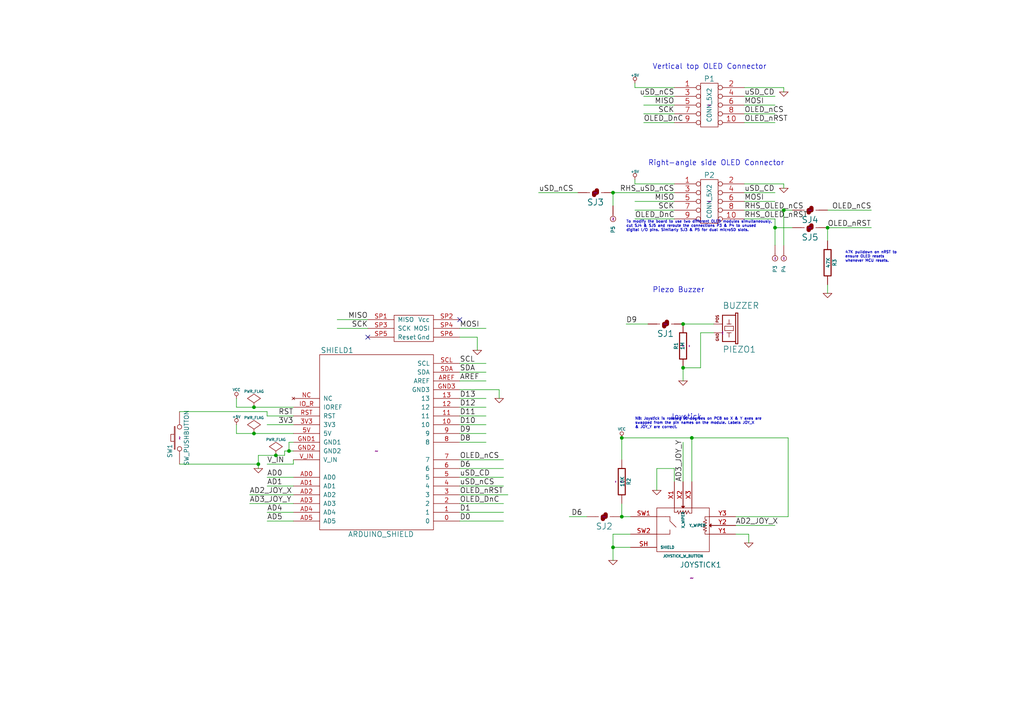
<source format=kicad_sch>
(kicad_sch (version 20230121) (generator eeschema)
  (paper "A4")
  (title_block (title "Freetronics OLEDShield              http://www.freetronics.com/oledshield") (date "24 Jul 2013") (rev "1.1") (company "(C)2013 Freetronics Pty Ltd") (comment 1 "Released under TAPR Open Hardware License www.tapr.org/ohl") (comment 2 "SKU: OLEDSHIELD"))
  (lib_symbols
    (symbol "OLEDShield-rescue:+5V" (power) (pin_names (offset 1.016))
      (property "Value" "+5V" (at 0 2.286 0))
      (symbol "+5V_0_0"
        (pin power_in line (at 0 0 90) (length 0) hide (name "+5V") (number "1"))
      )
      (symbol "+5V_0_1"
        (polyline (pts (xy 0 0) (xy 0 0.762) (xy 0 0.762) (xy 0 0.762)))
        (circle (center 0 1.27) (radius 0.508))
      )
    )
    (symbol "OLEDShield-rescue:ARDUINO_SHIELD" (pin_names (offset 1.016))
      (property "Reference" "SHIELD" (at -11.43 29.21 0))
      (property "Value" "ARDUINO_SHIELD" (at 1.27 -24.13 0))
      (symbol "ARDUINO_SHIELD_0_1"
        (rectangle (start -16.51 -22.86) (end 16.51 27.94))
        (rectangle (start 5.08 39.37) (end 16.51 31.75))
      )
      (symbol "ARDUINO_SHIELD_1_1"
        (pin bidirectional line (at 24.13 -20.32 180) (length 7.62) (name "0") (number "0"))
        (pin bidirectional line (at 24.13 -17.78 180) (length 7.62) (name "1") (number "1"))
        (pin bidirectional line (at 24.13 7.62 180) (length 7.62) (name "10") (number "10"))
        (pin bidirectional line (at 24.13 10.16 180) (length 7.62) (name "11") (number "11"))
        (pin bidirectional line (at 24.13 12.7 180) (length 7.62) (name "12") (number "12"))
        (pin bidirectional line (at 24.13 15.24 180) (length 7.62) (name "13") (number "13"))
        (pin bidirectional line (at 24.13 -15.24 180) (length 7.62) (name "2") (number "2"))
        (pin bidirectional line (at 24.13 -12.7 180) (length 7.62) (name "3") (number "3"))
        (pin power_in line (at -24.13 7.62 0) (length 7.62) (name "3V3") (number "3V3"))
        (pin bidirectional line (at 24.13 -10.16 180) (length 7.62) (name "4") (number "4"))
        (pin bidirectional line (at 24.13 -7.62 180) (length 7.62) (name "5") (number "5"))
        (pin power_in line (at -24.13 5.08 0) (length 7.62) (name "5V") (number "5V"))
        (pin bidirectional line (at 24.13 -5.08 180) (length 7.62) (name "6") (number "6"))
        (pin bidirectional line (at 24.13 -2.54 180) (length 7.62) (name "7") (number "7"))
        (pin bidirectional line (at 24.13 2.54 180) (length 7.62) (name "8") (number "8"))
        (pin bidirectional line (at 24.13 5.08 180) (length 7.62) (name "9") (number "9"))
        (pin bidirectional line (at -24.13 -7.62 0) (length 7.62) (name "AD0") (number "AD0"))
        (pin bidirectional line (at -24.13 -10.16 0) (length 7.62) (name "AD1") (number "AD1"))
        (pin bidirectional line (at -24.13 -12.7 0) (length 7.62) (name "AD2") (number "AD2"))
        (pin bidirectional line (at -24.13 -15.24 0) (length 7.62) (name "AD3") (number "AD3"))
        (pin bidirectional line (at -24.13 -17.78 0) (length 7.62) (name "AD4") (number "AD4"))
        (pin bidirectional line (at -24.13 -20.32 0) (length 7.62) (name "AD5") (number "AD5"))
        (pin bidirectional line (at 24.13 20.32 180) (length 7.62) (name "AREF") (number "AREF"))
        (pin power_in line (at -24.13 2.54 0) (length 7.62) (name "GND1") (number "GND1"))
        (pin power_in line (at -24.13 0 0) (length 7.62) (name "GND2") (number "GND2"))
        (pin power_in line (at 24.13 17.78 180) (length 7.62) (name "GND3") (number "GND3"))
        (pin power_in line (at -24.13 12.7 0) (length 7.62) (name "IOREF") (number "IO_R"))
        (pin no_connect line (at -24.13 15.24 0) (length 7.62) (name "NC") (number "NC"))
        (pin bidirectional line (at -24.13 10.16 0) (length 7.62) (name "RST") (number "RST"))
        (pin bidirectional line (at 24.13 25.4 180) (length 7.62) (name "SCL") (number "SCL"))
        (pin bidirectional line (at 24.13 22.86 180) (length 7.62) (name "SDA") (number "SDA"))
        (pin bidirectional line (at -2.54 38.1 0) (length 7.62) (name "MISO") (number "SP1"))
        (pin power_in line (at 24.13 38.1 180) (length 7.62) (name "Vcc") (number "SP2"))
        (pin bidirectional line (at -2.54 35.56 0) (length 7.62) (name "SCK") (number "SP3"))
        (pin bidirectional line (at 24.13 35.56 180) (length 7.62) (name "MOSI") (number "SP4"))
        (pin bidirectional line (at -2.54 33.02 0) (length 7.62) (name "Reset") (number "SP5"))
        (pin power_in line (at 24.13 33.02 180) (length 7.62) (name "Gnd") (number "SP6"))
        (pin power_in line (at -24.13 -2.54 0) (length 7.62) (name "V_IN") (number "V_IN"))
      )
    )
    (symbol "OLEDShield-rescue:BUZZER" (pin_names (offset 2.54))
      (property "Reference" "U" (at 6.35 0 0))
      (property "Value" "BUZZER" (at -2.54 5.08 0))
      (symbol "BUZZER_0_0"
        (polyline (pts (xy -3.175 3.81) (xy -2.54 3.81)) (stroke (width 0.254)))
        (polyline (pts (xy -3.175 4.445) (xy -3.175 3.81)) (stroke (width 0.254)))
        (polyline (pts (xy -2.54 0) (xy 5.08 0)) (stroke (width 0.254)))
        (polyline (pts (xy -2.54 3.81) (xy -2.54 0)) (stroke (width 0.254)))
        (polyline (pts (xy -2.54 3.81) (xy 5.08 3.81)) (stroke (width 0.254)))
        (polyline (pts (xy -1.27 1.905) (xy 0 1.905)) (stroke (width 0.1524)))
        (polyline (pts (xy 0 1.905) (xy 0 1.27)) (stroke (width 0.1524)))
        (polyline (pts (xy 0 1.905) (xy 0 2.54)) (stroke (width 0.1524)))
        (polyline (pts (xy 0.635 0.635) (xy 1.905 0.635)) (stroke (width 0.1524)))
        (polyline (pts (xy 0.635 3.175) (xy 0.635 0.635)) (stroke (width 0.1524)))
        (polyline (pts (xy 1.905 0.635) (xy 1.905 3.175)) (stroke (width 0.1524)))
        (polyline (pts (xy 1.905 3.175) (xy 0.635 3.175)) (stroke (width 0.1524)))
        (polyline (pts (xy 2.54 1.905) (xy 2.54 1.27)) (stroke (width 0.1524)))
        (polyline (pts (xy 2.54 1.905) (xy 3.81 1.905)) (stroke (width 0.1524)))
        (polyline (pts (xy 2.54 2.54) (xy 2.54 1.905)) (stroke (width 0.1524)))
        (polyline (pts (xy 5.08 0) (xy 5.08 3.81)) (stroke (width 0.254)))
        (polyline (pts (xy 5.08 3.81) (xy 5.715 3.81)) (stroke (width 0.254)))
        (polyline (pts (xy 5.715 3.81) (xy 5.715 4.445)) (stroke (width 0.254)))
        (polyline (pts (xy 5.715 4.445) (xy -3.175 4.445)) (stroke (width 0.254)))
        (text "GND" (at -2.54 -1.016 0) (effects (font (size 0.762 0.762)) (justify left bottom)))
        (text "POS" (at 2.794 -1.016 0) (effects (font (size 0.762 0.762)) (justify left bottom)))
        (pin passive line (at 2.54 -2.54 90) (length 2.54) (name "POS") (number "1"))
        (pin passive line (at 0 -2.54 90) (length 2.54) (name "GND") (number "2"))
      )
    )
    (symbol "OLEDShield-rescue:CONN_1" (pin_numbers hide) (pin_names (offset 0.762) hide)
      (property "Reference" "P" (at 2.032 0 0))
      (symbol "CONN_1_0_1"
        (polyline (pts (xy -0.762 0) (xy -1.27 0)))
        (circle (center 0 0) (radius 0.7874))
      )
      (symbol "CONN_1_1_1"
        (pin passive line (at -3.81 0 0) (length 2.54) (name "1") (number "1"))
      )
    )
    (symbol "OLEDShield-rescue:CONN_5X2" (pin_names (offset 1.016))
      (property "Reference" "P" (at 0 7.62 0))
      (property "Value" "CONN_5X2" (at 0 0 90))
      (symbol "CONN_5X2_0_1"
        (rectangle (start -2.54 6.35) (end 2.54 -6.35))
      )
      (symbol "CONN_5X2_1_1"
        (pin passive inverted (at -10.16 5.08 0) (length 7.62) (name "~") (number "1"))
        (pin passive inverted (at 10.16 -5.08 180) (length 7.62) (name "~") (number "10"))
        (pin passive inverted (at 10.16 5.08 180) (length 7.62) (name "~") (number "2"))
        (pin passive inverted (at -10.16 2.54 0) (length 7.62) (name "~") (number "3"))
        (pin passive inverted (at 10.16 2.54 180) (length 7.62) (name "~") (number "4"))
        (pin passive inverted (at -10.16 0 0) (length 7.62) (name "~") (number "5"))
        (pin passive inverted (at 10.16 0 180) (length 7.62) (name "~") (number "6"))
        (pin passive inverted (at -10.16 -2.54 0) (length 7.62) (name "~") (number "7"))
        (pin passive inverted (at 10.16 -2.54 180) (length 7.62) (name "~") (number "8"))
        (pin passive inverted (at -10.16 -5.08 0) (length 7.62) (name "~") (number "9"))
      )
    )
    (symbol "OLEDShield-rescue:GND" (power) (pin_names (offset 0))
      (symbol "GND_0_1"
        (polyline (pts (xy -1.27 0) (xy 0 -1.27) (xy 1.27 0) (xy -1.27 0)))
      )
      (symbol "GND_1_1"
        (pin power_in line (at 0 0 90) (length 0) hide (name "GND") (number "1"))
      )
    )
    (symbol "OLEDShield-rescue:JOYSTICK_W_BUTTON" (pin_names (offset 1.016))
      (property "Reference" "U?" (at 5.08 -11.43 0))
      (property "Value" "JOYSTICK_W_BUTTON" (at 0 -8.89 0))
      (symbol "JOYSTICK_W_BUTTON_0_1"
        (rectangle (start -7.62 5.08) (end 7.62 -7.62))
        (polyline (pts (xy -7.62 -2.54) (xy -5.08 -2.54)))
        (polyline (pts (xy -5.08 2.54) (xy -7.62 2.54)))
        (polyline (pts (xy -5.08 2.54) (xy -3.81 2.54)))
        (polyline (pts (xy -2.54 0) (xy -2.032 -0.508)))
        (polyline (pts (xy -3.81 -1.27) (xy -3.81 -2.54) (xy -5.08 -2.54)))
        (polyline (pts (xy -3.81 2.54) (xy -3.81 1.27) (xy -2.54 0)))
        (polyline (pts (xy 0 5.08) (xy 0.508 5.588) (xy -0.508 5.588) (xy 0 5.08)) (fill (type outline)))
        (polyline (pts (xy 7.62 0) (xy 8.128 0.508) (xy 8.128 -0.508) (xy 7.62 0)) (fill (type outline)))
        (polyline (pts (xy -2.54 5.08) (xy -2.54 3.81) (xy -1.778 3.81) (xy -1.524 4.318) (xy -1.27 3.302) (xy -0.762 4.318) (xy -0.508 3.302) (xy 0 4.318) (xy 0.254 3.302) (xy 0.762 4.318) (xy 1.016 3.302) (xy 1.524 4.318) (xy 1.778 3.556) (xy 2.54 3.556) (xy 2.54 5.08)))
        (polyline (pts (xy 7.62 2.54) (xy 6.35 2.54) (xy 6.35 1.778) (xy 6.858 1.524) (xy 5.842 1.016) (xy 6.858 0.762) (xy 5.842 0.254) (xy 6.858 0) (xy 5.842 -0.508) (xy 6.858 -0.762) (xy 5.842 -1.27) (xy 6.858 -1.524) (xy 6.35 -1.778) (xy 6.35 -2.54) (xy 7.62 -2.54)))
      )
      (symbol "JOYSTICK_W_BUTTON_1_1"
        (pin passive line (at -15.24 -6.35 0) (length 7.62) (name "SHIELD") (number "SH"))
        (pin passive line (at -15.24 2.54 0) (length 7.62) (name "~") (number "SW1"))
        (pin passive line (at -15.24 -2.54 0) (length 7.62) (name "~") (number "SW2"))
        (pin input line (at -2.54 12.7 270) (length 7.62) (name "~") (number "X1"))
        (pin output line (at 0 12.7 270) (length 7.62) (name "X_WIPER") (number "X2"))
        (pin input line (at 2.54 12.7 270) (length 7.62) (name "~") (number "X3"))
        (pin input line (at 15.24 -2.54 180) (length 7.62) (name "~") (number "Y1"))
        (pin output line (at 15.24 0 180) (length 7.62) (name "Y_WIPER") (number "Y2"))
        (pin input line (at 15.24 2.54 180) (length 7.62) (name "~") (number "Y3"))
      )
    )
    (symbol "OLEDShield-rescue:PWR_FLAG" (power) (pin_numbers hide) (pin_names (offset 0) hide)
      (property "Value" "PWR_FLAG" (at 0 4.572 0))
      (symbol "PWR_FLAG_0_0"
        (pin power_out line (at 0 0 90) (length 0) (name "pwr") (number "1"))
      )
      (symbol "PWR_FLAG_0_1"
        (polyline (pts (xy 0 0) (xy 0 1.27) (xy -1.905 2.54) (xy 0 3.81) (xy 1.905 2.54) (xy 0 1.27)))
      )
    )
    (symbol "OLEDShield-rescue:R" (pin_numbers hide) (pin_names (offset 0))
      (property "Reference" "R" (at 2.032 0 90))
      (property "Value" "R" (at 0.1778 0.0254 90))
      (symbol "R_0_1"
        (rectangle (start -1.016 3.81) (end 1.016 -3.81) (stroke (width 0.3048)))
      )
      (symbol "R_1_1"
        (pin passive line (at 0 6.35 270) (length 2.54) (name "~") (number "1"))
        (pin passive line (at 0 -6.35 90) (length 2.54) (name "~") (number "2"))
      )
    )
    (symbol "OLEDShield-rescue:SJ" (pin_names (offset 2.54))
      (property "Reference" "SJ" (at -2.54 -3.81 0))
      (property "Value" "SJ" (at -2.54 1.27 0))
      (symbol "SJ_0_0"
        (polyline (pts (xy -2.54 0) (xy -1.651 0)) (stroke (width 0.1524)))
        (polyline (pts (xy -0.381 0) (xy -0.381 -0.635)) (stroke (width 1.27)))
        (polyline (pts (xy 0.381 0) (xy 0.381 0.635)) (stroke (width 1.27)))
        (polyline (pts (xy 2.54 0) (xy 1.651 0)) (stroke (width 0.1524)))
        (pin passive line (at -5.08 0 0) (length 2.54) (name "1") (number "1"))
        (pin passive line (at 5.08 0 180) (length 2.54) (name "2") (number "2"))
      )
    )
    (symbol "OLEDShield-rescue:SW_PUSHBUTTON" (pin_numbers hide) (pin_names (offset 1.016) hide)
      (property "Reference" "SW" (at -3.81 2.794 0))
      (property "Value" "SW_PUSHBUTTON" (at 0 -2.032 0))
      (symbol "SW_PUSHBUTTON_0_1"
        (rectangle (start -3.302 1.27) (end 3.302 1.524))
        (polyline (pts (xy -1.016 1.524) (xy -1.016 2.54) (xy 1.016 2.54) (xy 1.016 1.524)))
        (pin passive inverted (at -7.62 0 0) (length 5.08) (name "1") (number "1"))
        (pin passive inverted (at 7.62 0 180) (length 5.08) (name "2") (number "2"))
      )
    )
    (symbol "OLEDShield-rescue:VCC" (power) (pin_names (offset 0))
      (property "Value" "VCC" (at 0 2.54 0))
      (symbol "VCC_0_0"
        (pin power_in line (at 0 0 90) (length 0) hide (name "VCC") (number "1"))
      )
      (symbol "VCC_0_1"
        (polyline (pts (xy 0 0) (xy 0 0.762) (xy 0 0.762)))
        (circle (center 0 1.27) (radius 0.508))
      )
    )
  )
  (junction (at 177.8 55.88))
  (junction (at 73.66 125.73))
  (junction (at 200.66 127))
  (junction (at 177.8 158.75))
  (junction (at 198.12 93.98))
  (junction (at 227.33 60.96))
  (junction (at 80.01 132.08))
  (junction (at 83.82 130.81))
  (junction (at 240.03 66.04))
  (junction (at 198.12 106.68))
  (junction (at 73.66 118.11))
  (junction (at 180.34 127))
  (junction (at 224.79 66.04))
  (junction (at 180.34 149.86))
  (junction (at 74.93 134.62))
  (no_connect (at 133.35 92.71))
  (no_connect (at 106.68 97.79))
  (wire (pts (xy 215.9 63.5) (xy 224.79 63.5)))
  (wire (pts (xy 68.58 118.11) (xy 73.66 118.11)))
  (wire (pts (xy 106.68 95.25) (xy 97.79 95.25)))
  (wire (pts (xy 228.6 149.86) (xy 228.6 127)))
  (wire (pts (xy 85.09 133.35) (xy 85.09 134.62)))
  (wire (pts (xy 85.09 151.13) (xy 77.47 151.13)))
  (wire (pts (xy 217.17 154.94) (xy 217.17 157.48)))
  (wire (pts (xy 227.33 25.4) (xy 215.9 25.4)))
  (wire (pts (xy 133.35 115.57) (xy 140.97 115.57)))
  (wire (pts (xy 177.8 154.94) (xy 177.8 158.75)))
  (wire (pts (xy 215.9 35.56) (xy 224.79 35.56)))
  (wire (pts (xy 77.47 123.19) (xy 85.09 123.19)))
  (wire (pts (xy 133.35 151.13) (xy 146.05 151.13)))
  (wire (pts (xy 184.15 53.34) (xy 195.58 53.34)))
  (wire (pts (xy 133.35 146.05) (xy 146.05 146.05)))
  (wire (pts (xy 195.58 30.48) (xy 186.69 30.48)))
  (wire (pts (xy 68.58 125.73) (xy 68.58 123.19)))
  (wire (pts (xy 213.36 154.94) (xy 217.17 154.94)))
  (wire (pts (xy 227.33 53.34) (xy 227.33 54.61)))
  (wire (pts (xy 133.35 133.35) (xy 146.05 133.35)))
  (wire (pts (xy 215.9 55.88) (xy 224.79 55.88)))
  (wire (pts (xy 74.93 132.08) (xy 80.01 132.08)))
  (wire (pts (xy 133.35 125.73) (xy 140.97 125.73)))
  (wire (pts (xy 180.34 149.86) (xy 182.88 149.86)))
  (wire (pts (xy 82.55 130.81) (xy 83.82 130.81)))
  (wire (pts (xy 144.78 113.03) (xy 144.78 115.57)))
  (wire (pts (xy 184.15 25.4) (xy 195.58 25.4)))
  (wire (pts (xy 80.01 132.08) (xy 82.55 132.08)))
  (wire (pts (xy 195.58 33.02) (xy 186.69 33.02)))
  (wire (pts (xy 83.82 128.27) (xy 83.82 130.81)))
  (wire (pts (xy 215.9 27.94) (xy 224.79 27.94)))
  (wire (pts (xy 207.01 96.52) (xy 203.2 96.52)))
  (wire (pts (xy 133.35 143.51) (xy 147.32 143.51)))
  (wire (pts (xy 85.09 128.27) (xy 83.82 128.27)))
  (wire (pts (xy 200.66 127) (xy 200.66 139.7)))
  (wire (pts (xy 213.36 152.4) (xy 224.79 152.4)))
  (wire (pts (xy 195.58 135.89) (xy 190.5 135.89)))
  (wire (pts (xy 184.15 58.42) (xy 195.58 58.42)))
  (wire (pts (xy 77.47 120.65) (xy 85.09 120.65)))
  (wire (pts (xy 133.35 120.65) (xy 140.97 120.65)))
  (wire (pts (xy 198.12 106.68) (xy 198.12 110.49)))
  (wire (pts (xy 182.88 158.75) (xy 177.8 158.75)))
  (wire (pts (xy 133.35 123.19) (xy 140.97 123.19)))
  (wire (pts (xy 227.33 53.34) (xy 215.9 53.34)))
  (wire (pts (xy 215.9 30.48) (xy 224.79 30.48)))
  (wire (pts (xy 177.8 55.88) (xy 195.58 55.88)))
  (wire (pts (xy 184.15 24.13) (xy 184.15 25.4)))
  (wire (pts (xy 215.9 33.02) (xy 224.79 33.02)))
  (wire (pts (xy 133.35 105.41) (xy 140.97 105.41)))
  (wire (pts (xy 133.35 107.95) (xy 140.97 107.95)))
  (wire (pts (xy 133.35 110.49) (xy 140.97 110.49)))
  (wire (pts (xy 240.03 85.09) (xy 240.03 82.55)))
  (wire (pts (xy 73.66 118.11) (xy 85.09 118.11)))
  (wire (pts (xy 198.12 128.27) (xy 198.12 139.7)))
  (wire (pts (xy 203.2 106.68) (xy 198.12 106.68)))
  (wire (pts (xy 85.09 134.62) (xy 77.47 134.62)))
  (wire (pts (xy 224.79 66.04) (xy 224.79 71.12)))
  (wire (pts (xy 133.35 135.89) (xy 146.05 135.89)))
  (wire (pts (xy 203.2 96.52) (xy 203.2 106.68)))
  (wire (pts (xy 181.61 93.98) (xy 187.96 93.98)))
  (wire (pts (xy 138.43 97.79) (xy 133.35 97.79)))
  (wire (pts (xy 77.47 119.38) (xy 52.07 119.38)))
  (wire (pts (xy 180.34 146.05) (xy 180.34 149.86)))
  (wire (pts (xy 215.9 60.96) (xy 227.33 60.96)))
  (wire (pts (xy 52.07 134.62) (xy 74.93 134.62)))
  (wire (pts (xy 227.33 60.96) (xy 229.87 60.96)))
  (wire (pts (xy 227.33 25.4) (xy 227.33 26.67)))
  (wire (pts (xy 177.8 59.69) (xy 177.8 55.88)))
  (wire (pts (xy 83.82 130.81) (xy 85.09 130.81)))
  (wire (pts (xy 224.79 66.04) (xy 229.87 66.04)))
  (wire (pts (xy 186.69 35.56) (xy 195.58 35.56)))
  (wire (pts (xy 240.03 69.85) (xy 240.03 66.04)))
  (wire (pts (xy 74.93 134.62) (xy 74.93 135.89)))
  (wire (pts (xy 138.43 101.6) (xy 138.43 97.79)))
  (wire (pts (xy 68.58 125.73) (xy 73.66 125.73)))
  (wire (pts (xy 200.66 127) (xy 228.6 127)))
  (wire (pts (xy 180.34 127) (xy 180.34 133.35)))
  (wire (pts (xy 133.35 113.03) (xy 144.78 113.03)))
  (wire (pts (xy 198.12 93.98) (xy 207.01 93.98)))
  (wire (pts (xy 167.64 55.88) (xy 156.21 55.88)))
  (wire (pts (xy 133.35 128.27) (xy 140.97 128.27)))
  (wire (pts (xy 213.36 149.86) (xy 228.6 149.86)))
  (wire (pts (xy 182.88 154.94) (xy 177.8 154.94)))
  (wire (pts (xy 195.58 27.94) (xy 186.69 27.94)))
  (wire (pts (xy 177.8 158.75) (xy 177.8 162.56)))
  (wire (pts (xy 82.55 132.08) (xy 82.55 130.81)))
  (wire (pts (xy 215.9 58.42) (xy 224.79 58.42)))
  (wire (pts (xy 73.66 125.73) (xy 85.09 125.73)))
  (wire (pts (xy 77.47 119.38) (xy 77.47 120.65)))
  (wire (pts (xy 106.68 92.71) (xy 97.79 92.71)))
  (wire (pts (xy 165.1 149.86) (xy 170.18 149.86)))
  (wire (pts (xy 85.09 140.97) (xy 77.47 140.97)))
  (wire (pts (xy 74.93 132.08) (xy 74.93 134.62)))
  (wire (pts (xy 190.5 135.89) (xy 190.5 142.24)))
  (wire (pts (xy 184.15 60.96) (xy 195.58 60.96)))
  (wire (pts (xy 133.35 138.43) (xy 146.05 138.43)))
  (wire (pts (xy 180.34 127) (xy 200.66 127)))
  (wire (pts (xy 85.09 138.43) (xy 77.47 138.43)))
  (wire (pts (xy 133.35 118.11) (xy 140.97 118.11)))
  (wire (pts (xy 133.35 148.59) (xy 146.05 148.59)))
  (wire (pts (xy 227.33 60.96) (xy 227.33 71.12)))
  (wire (pts (xy 184.15 63.5) (xy 195.58 63.5)))
  (wire (pts (xy 133.35 140.97) (xy 146.05 140.97)))
  (wire (pts (xy 184.15 52.07) (xy 184.15 53.34)))
  (wire (pts (xy 195.58 135.89) (xy 195.58 139.7)))
  (wire (pts (xy 240.03 60.96) (xy 252.73 60.96)))
  (wire (pts (xy 72.39 146.05) (xy 85.09 146.05)))
  (wire (pts (xy 68.58 118.11) (xy 68.58 115.57)))
  (wire (pts (xy 85.09 148.59) (xy 77.47 148.59)))
  (wire (pts (xy 224.79 63.5) (xy 224.79 66.04)))
  (wire (pts (xy 133.35 95.25) (xy 140.97 95.25)))
  (wire (pts (xy 72.39 143.51) (xy 85.09 143.51)))
  (wire (pts (xy 240.03 66.04) (xy 252.73 66.04)))
  (text "To modify the board to use two different OLED modules simultaneously,\ncut SJ4 & SJ5 and reroute the connections P3 & P4 to unused\ndigital I/O pins. Similarly SJ3 & P5 for dual microSD slots." (at 181.61 67.31 0) (effects (font (size 0.762 0.762)) (justify left bottom)))
  (text "47K pulldown on nRST to\nensure OLED resets\nwhenever MCU resets." (at 245.11 76.2 0) (effects (font (size 0.762 0.762)) (justify left bottom)))
  (text "Vertical top OLED Connector" (at 189.23 20.32 0) (effects (font (size 1.524 1.524)) (justify left bottom)))
  (text "Right-angle side OLED Connector" (at 187.96 48.26 0) (effects (font (size 1.524 1.524)) (justify left bottom)))
  (text "Piezo Buzzer\n" (at 189.23 85.09 0) (effects (font (size 1.524 1.524)) (justify left bottom)))
  (text "Joystick" (at 194.31 121.92 0) (effects (font (size 1.524 1.524)) (justify left bottom)))
  (text "NB: Joystick is rotated 90 degrees on PCB so X & Y axes are\nswapped from the pin names on the module. Labels JOY_X\n& JOY_Y are correct." (at 184.15 124.46 0) (effects (font (size 0.762 0.762)) (justify left bottom)))
  (label "OLED_nCS" (at 133.35 133.35 0) (effects (font (size 1.524 1.524))))
  (label "3V3" (at 85.09 123.19 180) (effects (font (size 1.524 1.524))))
  (label "OLED_nCS" (at 215.9 33.02 0) (effects (font (size 1.524 1.524))))
  (label "AD3_JOY_Y" (at 72.39 146.05 0) (effects (font (size 1.524 1.524))))
  (label "AD3_JOY_Y" (at 198.12 139.7 90) (effects (font (size 1.524 1.524))))
  (label "SCK" (at 106.68 95.25 180) (effects (font (size 1.524 1.524))))
  (label "SDA" (at 133.35 107.95 0) (effects (font (size 1.524 1.524))))
  (label "OLED_DnC" (at 133.35 146.05 0) (effects (font (size 1.524 1.524))))
  (label "uSD_nCS" (at 166.37 55.88 180) (effects (font (size 1.524 1.524))))
  (label "OLED_nRST" (at 215.9 35.56 0) (effects (font (size 1.524 1.524))))
  (label "D6" (at 168.91 149.86 180) (effects (font (size 1.524 1.524))))
  (label "MOSI" (at 215.9 30.48 0) (effects (font (size 1.524 1.524))))
  (label "RHS_OLED_nCS" (at 215.9 60.96 0) (effects (font (size 1.524 1.524))))
  (label "uSD_nCS" (at 133.35 140.97 0) (effects (font (size 1.524 1.524))))
  (label "OLED_nRST" (at 240.03 66.04 0) (effects (font (size 1.524 1.524))))
  (label "D8" (at 133.35 128.27 0) (effects (font (size 1.524 1.524))))
  (label "MISO" (at 195.58 58.42 180) (effects (font (size 1.524 1.524))))
  (label "SCL" (at 133.35 105.41 0) (effects (font (size 1.524 1.524))))
  (label "AD1" (at 77.47 140.97 0) (effects (font (size 1.524 1.524))))
  (label "AD2_JOY_X" (at 213.36 152.4 0) (effects (font (size 1.524 1.524))))
  (label "D10" (at 133.35 123.19 0) (effects (font (size 1.524 1.524))))
  (label "SCK" (at 195.58 33.02 180) (effects (font (size 1.524 1.524))))
  (label "AD0" (at 77.47 138.43 0) (effects (font (size 1.524 1.524))))
  (label "D11" (at 133.35 120.65 0) (effects (font (size 1.524 1.524))))
  (label "SCK" (at 195.58 60.96 180) (effects (font (size 1.524 1.524))))
  (label "V_IN" (at 77.47 134.62 0) (effects (font (size 1.524 1.524))))
  (label "uSD_CD" (at 133.35 138.43 0) (effects (font (size 1.524 1.524))))
  (label "OLED_nCS" (at 241.3 60.96 0) (effects (font (size 1.524 1.524))))
  (label "D9" (at 181.61 93.98 0) (effects (font (size 1.524 1.524))))
  (label "MOSI" (at 133.35 95.25 0) (effects (font (size 1.524 1.524))))
  (label "OLED_DnC" (at 186.69 35.56 0) (effects (font (size 1.524 1.524))))
  (label "uSD_CD" (at 215.9 27.94 0) (effects (font (size 1.524 1.524))))
  (label "MISO" (at 195.58 30.48 180) (effects (font (size 1.524 1.524))))
  (label "AD5" (at 77.47 151.13 0) (effects (font (size 1.524 1.524))))
  (label "MISO" (at 106.68 92.71 180) (effects (font (size 1.524 1.524))))
  (label "OLED_DnC" (at 184.15 63.5 0) (effects (font (size 1.524 1.524))))
  (label "D12" (at 133.35 118.11 0) (effects (font (size 1.524 1.524))))
  (label "RHS_OLED_nRST" (at 215.9 63.5 0) (effects (font (size 1.524 1.524))))
  (label "D0" (at 133.35 151.13 0) (effects (font (size 1.524 1.524))))
  (label "D6" (at 133.35 135.89 0) (effects (font (size 1.524 1.524))))
  (label "AD2_JOY_X" (at 72.39 143.51 0) (effects (font (size 1.524 1.524))))
  (label "D13" (at 133.35 115.57 0) (effects (font (size 1.524 1.524))))
  (label "RST" (at 85.09 120.65 180) (effects (font (size 1.524 1.524))))
  (label "AD4" (at 77.47 148.59 0) (effects (font (size 1.524 1.524))))
  (label "uSD_CD" (at 215.9 55.88 0) (effects (font (size 1.524 1.524))))
  (label "MOSI" (at 215.9 58.42 0) (effects (font (size 1.524 1.524))))
  (label "RHS_uSD_nCS" (at 195.58 55.88 180) (effects (font (size 1.524 1.524))))
  (label "AREF" (at 133.35 110.49 0) (effects (font (size 1.524 1.524))))
  (label "uSD_nCS" (at 195.58 27.94 180) (effects (font (size 1.524 1.524))))
  (label "OLED_nRST" (at 133.35 143.51 0) (effects (font (size 1.524 1.524))))
  (label "D1" (at 133.35 148.59 0) (effects (font (size 1.524 1.524))))
  (label "D9" (at 133.35 125.73 0) (effects (font (size 1.524 1.524))))
  (symbol (lib_id "OLEDShield-rescue:JOYSTICK_W_BUTTON") (at 198.12 152.4 0) (unit 1)
    (property "Reference" "JOYSTICK1" (at 203.2 163.83 0) (effects (font (size 1.524 1.524))))
    (property "Value" "JOYSTICK_W_BUTTON" (at 198.12 161.29 0) (effects (font (size 0.762 0.762))))
    (property "Footprint" "~" (at 200.66 167.64 0) (effects (font (size 1.524 1.524))))
    (property "Datasheet" "~" (at 200.66 167.64 0) (effects (font (size 1.524 1.524))))
  )
  (symbol (lib_id "OLEDShield-rescue:+5V") (at 184.15 52.07 0) (unit 1)
    (property "Reference" "#PWR09" (effects hide))
    (property "Value" "+5V" (at 184.15 49.784 0) (effects (font (size 0.762 0.762))))
  )
  (symbol (lib_id "OLEDShield-rescue:GND") (at 227.33 54.61 0) (mirror y) (unit 1)
    (property "Reference" "#PWR010" (effects hide))
    (property "Value" "GND" (effects hide))
  )
  (symbol (lib_id "OLEDShield-rescue:CONN_5X2") (at 205.74 58.42 0) (unit 1)
    (property "Reference" "P2" (at 205.74 50.8 0) (effects (font (size 1.524 1.524))))
    (property "Value" "CONN_5X2" (at 205.74 58.42 90))
    (property "Footprint" "~" (at 205.74 58.42 0) (effects (font (size 1.524 1.524))))
    (property "Datasheet" "~" (at 205.74 58.42 0) (effects (font (size 1.524 1.524))))
  )
  (symbol (lib_id "OLEDShield-rescue:VCC") (at 68.58 115.57 0) (unit 1)
    (property "Reference" "#PWR011" (effects hide))
    (property "Value" "VCC" (at 68.58 113.03 0) (effects (font (size 0.762 0.762))))
  )
  (symbol (lib_id "OLEDShield-rescue:+5V") (at 184.15 24.13 0) (unit 1)
    (property "Reference" "#PWR07" (effects hide))
    (property "Value" "+5V" (at 184.15 21.844 0) (effects (font (size 0.762 0.762))))
  )
  (symbol (lib_id "OLEDShield-rescue:GND") (at 227.33 26.67 0) (mirror y) (unit 1)
    (property "Reference" "#PWR08" (effects hide))
    (property "Value" "GND" (effects hide))
  )
  (symbol (lib_id "OLEDShield-rescue:CONN_5X2") (at 205.74 30.48 0) (unit 1)
    (property "Reference" "P1" (at 205.74 22.86 0) (effects (font (size 1.524 1.524))))
    (property "Value" "CONN_5X2" (at 205.74 30.48 90))
    (property "Footprint" "~" (at 205.74 30.48 0) (effects (font (size 1.524 1.524))))
    (property "Datasheet" "~" (at 205.74 30.48 0) (effects (font (size 1.524 1.524))))
  )
  (symbol (lib_id "OLEDShield-rescue:+5V") (at 68.58 123.19 0) (unit 1)
    (property "Reference" "#PWR012" (effects hide))
    (property "Value" "+5V" (at 68.58 120.904 0) (effects (font (size 0.762 0.762))))
  )
  (symbol (lib_id "OLEDShield-rescue:VCC") (at 180.34 127 0) (unit 1)
    (property "Reference" "#PWR013" (effects hide))
    (property "Value" "VCC" (at 180.34 124.46 0) (effects (font (size 0.762 0.762))))
  )
  (symbol (lib_id "OLEDShield-rescue:GND") (at 198.12 110.49 0) (unit 1)
    (property "Reference" "#PWR014" (effects hide))
    (property "Value" "GND" (effects hide))
  )
  (symbol (lib_id "OLEDShield-rescue:ARDUINO_SHIELD") (at 109.22 130.81 0) (unit 1)
    (property "Reference" "SHIELD1" (at 97.79 101.6 0) (effects (font (size 1.524 1.524))))
    (property "Value" "ARDUINO_SHIELD" (at 110.49 154.94 0) (effects (font (size 1.524 1.524))))
    (property "Footprint" "~" (at 109.22 130.81 0) (effects (font (size 1.524 1.524))))
    (property "Datasheet" "~" (at 109.22 130.81 0) (effects (font (size 1.524 1.524))))
  )
  (symbol (lib_id "OLEDShield-rescue:BUZZER") (at 209.55 96.52 270) (mirror x) (unit 1)
    (property "Reference" "PIEZO1" (at 209.55 100.33 90) (effects (font (size 1.778 1.778)) (justify left bottom)))
    (property "Value" "BUZZER" (at 209.55 87.63 90) (effects (font (size 1.778 1.778)) (justify left bottom)))
    (property "Footprint" "~" (at 209.55 96.52 0) (effects (font (size 1.524 1.524))))
    (property "Datasheet" "~" (at 209.55 96.52 0) (effects (font (size 1.524 1.524))))
  )
  (symbol (lib_id "OLEDShield-rescue:R") (at 198.12 100.33 180) (unit 1)
    (property "Reference" "R1" (at 196.088 100.33 90) (effects (font (size 1.016 1.016))))
    (property "Value" "1M" (at 197.9422 100.3554 90) (effects (font (size 1.016 1.016))))
    (property "Footprint" "~" (at 199.898 100.33 90) (effects (font (size 0.762 0.762))))
    (property "Datasheet" "~" (at 198.12 100.33 0) (effects (font (size 0.762 0.762))))
  )
  (symbol (lib_id "OLEDShield-rescue:R") (at 180.34 139.7 0) (unit 1)
    (property "Reference" "R2" (at 182.372 139.7 90) (effects (font (size 1.016 1.016))))
    (property "Value" "10K" (at 180.5178 139.6746 90) (effects (font (size 1.016 1.016))))
    (property "Footprint" "~" (at 178.562 139.7 90) (effects (font (size 0.762 0.762))))
    (property "Datasheet" "~" (at 180.34 139.7 0) (effects (font (size 0.762 0.762))))
  )
  (symbol (lib_id "OLEDShield-rescue:PWR_FLAG") (at 80.01 132.08 0) (unit 1)
    (property "Reference" "#FLG015" (effects hide))
    (property "Value" "PWR_FLAG" (at 80.01 127.508 0) (effects (font (size 0.762 0.762))))
  )
  (symbol (lib_id "OLEDShield-rescue:GND") (at 190.5 142.24 0) (unit 1)
    (property "Reference" "#PWR01" (effects hide))
    (property "Value" "GND" (effects hide))
  )
  (symbol (lib_id "OLEDShield-rescue:GND") (at 217.17 157.48 0) (unit 1)
    (property "Reference" "#PWR02" (effects hide))
    (property "Value" "GND" (effects hide))
  )
  (symbol (lib_id "OLEDShield-rescue:GND") (at 177.8 162.56 0) (unit 1)
    (property "Reference" "#PWR03" (effects hide))
    (property "Value" "GND" (effects hide))
  )
  (symbol (lib_id "OLEDShield-rescue:GND") (at 74.93 135.89 0) (unit 1)
    (property "Reference" "#PWR04" (effects hide))
    (property "Value" "GND" (effects hide))
  )
  (symbol (lib_id "OLEDShield-rescue:GND") (at 144.78 115.57 0) (unit 1)
    (property "Reference" "#PWR05" (effects hide))
    (property "Value" "GND" (effects hide))
  )
  (symbol (lib_id "OLEDShield-rescue:PWR_FLAG") (at 73.66 118.11 0) (unit 1)
    (property "Reference" "#FLG016" (effects hide))
    (property "Value" "PWR_FLAG" (at 73.66 113.538 0) (effects (font (size 0.762 0.762))))
  )
  (symbol (lib_id "OLEDShield-rescue:GND") (at 138.43 101.6 0) (unit 1)
    (property "Reference" "#PWR06" (effects hide))
    (property "Value" "GND" (effects hide))
  )
  (symbol (lib_id "OLEDShield-rescue:PWR_FLAG") (at 73.66 125.73 0) (unit 1)
    (property "Reference" "#FLG017" (effects hide))
    (property "Value" "PWR_FLAG" (at 73.66 121.158 0) (effects (font (size 0.762 0.762))))
  )
  (symbol (lib_id "OLEDShield-rescue:SJ") (at 193.04 93.98 0) (unit 1)
    (property "Reference" "SJ1" (at 190.5 97.79 0) (effects (font (size 1.778 1.778)) (justify left bottom)))
    (property "Value" "SJ" (effects hide))
    (property "Footprint" "~" (at 193.04 93.98 0) (effects (font (size 1.524 1.524))))
    (property "Datasheet" "~" (at 193.04 93.98 0) (effects (font (size 1.524 1.524))))
  )
  (symbol (lib_id "OLEDShield-rescue:SJ") (at 175.26 149.86 0) (unit 1)
    (property "Reference" "SJ2" (at 172.72 153.67 0) (effects (font (size 1.778 1.778)) (justify left bottom)))
    (property "Value" "SJ" (effects hide))
    (property "Footprint" "~" (at 175.26 149.86 0) (effects (font (size 1.524 1.524))))
    (property "Datasheet" "~" (at 175.26 149.86 0) (effects (font (size 1.524 1.524))))
  )
  (symbol (lib_id "OLEDShield-rescue:SJ") (at 172.72 55.88 0) (unit 1)
    (property "Reference" "SJ3" (at 170.18 59.69 0) (effects (font (size 1.778 1.778)) (justify left bottom)))
    (property "Value" "SJ" (effects hide))
    (property "Footprint" "~" (at 172.72 55.88 0) (effects (font (size 1.524 1.524))))
    (property "Datasheet" "~" (at 172.72 55.88 0) (effects (font (size 1.524 1.524))))
  )
  (symbol (lib_id "OLEDShield-rescue:SJ") (at 234.95 60.96 0) (unit 1)
    (property "Reference" "SJ4" (at 232.41 64.77 0) (effects (font (size 1.778 1.778)) (justify left bottom)))
    (property "Value" "SJ" (effects hide))
    (property "Footprint" "~" (at 234.95 60.96 0) (effects (font (size 1.524 1.524))))
    (property "Datasheet" "~" (at 234.95 60.96 0) (effects (font (size 1.524 1.524))))
  )
  (symbol (lib_id "OLEDShield-rescue:SJ") (at 234.95 66.04 0) (unit 1)
    (property "Reference" "SJ5" (at 232.41 69.85 0) (effects (font (size 1.778 1.778)) (justify left bottom)))
    (property "Value" "SJ" (effects hide))
    (property "Footprint" "~" (at 234.95 66.04 0) (effects (font (size 1.524 1.524))))
    (property "Datasheet" "~" (at 234.95 66.04 0) (effects (font (size 1.524 1.524))))
  )
  (symbol (lib_id "OLEDShield-rescue:CONN_1") (at 224.79 74.93 270) (unit 1)
    (property "Reference" "P3" (at 224.79 76.962 0) (effects (font (size 1.016 1.016)) (justify left)))
    (property "Value" "CONN_1" (effects hide))
    (property "Footprint" "~" (at 224.79 74.93 0) (effects (font (size 1.524 1.524))))
    (property "Datasheet" "~" (at 224.79 74.93 0) (effects (font (size 1.524 1.524))))
  )
  (symbol (lib_id "OLEDShield-rescue:CONN_1") (at 227.33 74.93 270) (unit 1)
    (property "Reference" "P4" (at 227.33 76.962 0) (effects (font (size 1.016 1.016)) (justify left)))
    (property "Value" "CONN_1" (effects hide))
    (property "Footprint" "~" (at 227.33 74.93 0) (effects (font (size 1.524 1.524))))
    (property "Datasheet" "~" (at 227.33 74.93 0) (effects (font (size 1.524 1.524))))
  )
  (symbol (lib_id "OLEDShield-rescue:CONN_1") (at 177.8 63.5 270) (unit 1)
    (property "Reference" "P5" (at 177.8 65.532 0) (effects (font (size 1.016 1.016)) (justify left)))
    (property "Value" "CONN_1" (effects hide))
    (property "Footprint" "~" (at 177.8 63.5 0) (effects (font (size 1.524 1.524))))
    (property "Datasheet" "~" (at 177.8 63.5 0) (effects (font (size 1.524 1.524))))
  )
  (symbol (lib_id "OLEDShield-rescue:SW_PUSHBUTTON") (at 52.07 127 90) (unit 1)
    (property "Reference" "SW1" (at 49.276 130.81 0))
    (property "Value" "SW_PUSHBUTTON" (at 54.102 127 0))
    (property "Footprint" "~" (at 52.07 127 0) (effects (font (size 1.524 1.524))))
    (property "Datasheet" "~" (at 52.07 127 0) (effects (font (size 1.524 1.524))))
  )
  (symbol (lib_id "OLEDShield-rescue:R") (at 240.03 76.2 0) (unit 1)
    (property "Reference" "R3" (at 242.062 76.2 90) (effects (font (size 1.016 1.016))))
    (property "Value" "47K" (at 240.2078 76.1746 90) (effects (font (size 1.016 1.016))))
  )
  (symbol (lib_id "OLEDShield-rescue:GND") (at 240.03 85.09 0) (unit 1)
    (property "Reference" "#PWR018" (effects hide))
    (property "Value" "GND" (effects hide))
  )
)
</source>
